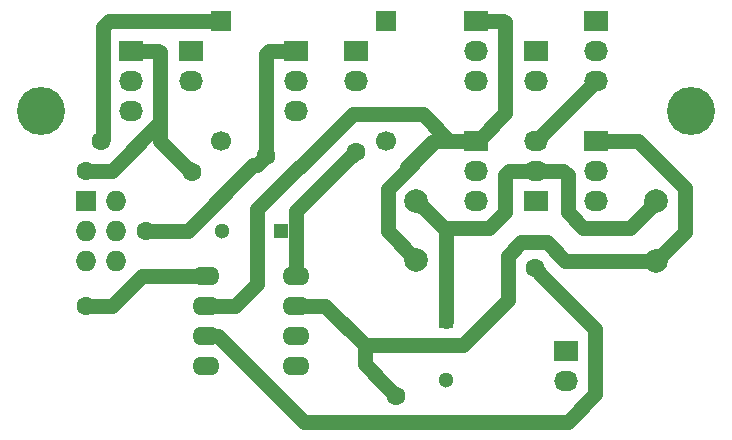
<source format=gbr>
G04 #@! TF.FileFunction,Copper,L1,Top,Signal*
%FSLAX46Y46*%
G04 Gerber Fmt 4.6, Leading zero omitted, Abs format (unit mm)*
G04 Created by KiCad (PCBNEW (2015-12-07 BZR 6352)-product) date Sun 21 Feb 2016 10:09:47 AM EST*
%MOMM*%
G01*
G04 APERTURE LIST*
%ADD10C,0.100000*%
%ADD11R,2.032000X1.720000*%
%ADD12O,2.032000X1.720000*%
%ADD13R,1.727200X1.727200*%
%ADD14O,1.727200X1.727200*%
%ADD15C,1.699260*%
%ADD16R,1.699260X1.699260*%
%ADD17O,2.300000X1.600000*%
%ADD18R,2.032000X1.727200*%
%ADD19O,2.032000X1.727200*%
%ADD20C,4.064000*%
%ADD21R,1.300000X1.300000*%
%ADD22C,1.300000*%
%ADD23C,1.998980*%
%ADD24C,1.600000*%
%ADD25C,1.270000*%
G04 APERTURE END LIST*
D10*
D11*
X48260000Y8890000D03*
D12*
X48260000Y6350000D03*
D13*
X7620000Y21590000D03*
D14*
X10160000Y21590000D03*
X7620000Y19050000D03*
X10160000Y19050000D03*
X7620000Y16510000D03*
X10160000Y16510000D03*
D15*
X33020000Y26670000D03*
D16*
X33020000Y36830000D03*
D15*
X19050000Y26670000D03*
D16*
X19050000Y36830000D03*
D17*
X17780000Y15240000D03*
X17780000Y12700000D03*
X17780000Y10160000D03*
X17780000Y7620000D03*
X25400000Y7620000D03*
X25400000Y10160000D03*
X25400000Y12700000D03*
X25400000Y15240000D03*
D11*
X30480000Y34290000D03*
D12*
X30480000Y31750000D03*
D11*
X16510000Y34290000D03*
D12*
X16510000Y31750000D03*
D11*
X45720000Y34290000D03*
D12*
X45720000Y31750000D03*
D18*
X25400000Y34290000D03*
D19*
X25400000Y31750000D03*
X25400000Y29210000D03*
D18*
X11430000Y34290000D03*
D19*
X11430000Y31750000D03*
X11430000Y29210000D03*
D18*
X40640000Y26670000D03*
D19*
X40640000Y24130000D03*
X40640000Y21590000D03*
D20*
X3810000Y29210000D03*
X58810000Y29210000D03*
D21*
X24130000Y19050000D03*
D22*
X19130000Y19050000D03*
D21*
X38100000Y11430000D03*
D22*
X38100000Y6430000D03*
D18*
X45720000Y21590000D03*
D19*
X45720000Y24130000D03*
X45720000Y26670000D03*
D18*
X40640000Y36830000D03*
D19*
X40640000Y34290000D03*
X40640000Y31750000D03*
D18*
X50800000Y36830000D03*
D19*
X50800000Y34290000D03*
X50800000Y31750000D03*
D18*
X50800000Y26670000D03*
D19*
X50800000Y24130000D03*
X50800000Y21590000D03*
D23*
X35560000Y16588740D03*
X35560000Y21590000D03*
X55880000Y21511260D03*
X55880000Y16510000D03*
D24*
X8890000Y26670000D03*
X30421182Y25708908D03*
X16545760Y24000638D03*
X7620000Y24130000D03*
X12700000Y19050000D03*
X22860000Y25400000D03*
X7620000Y12700000D03*
X45573143Y15835545D03*
X33821017Y5066819D03*
D25*
X8890000Y26670000D02*
X8985249Y26765249D01*
X8985249Y26765249D02*
X8985249Y36296601D01*
X16930370Y36830000D02*
X19050000Y36830000D01*
X8985249Y36296601D02*
X9518648Y36830000D01*
X9518648Y36830000D02*
X16930370Y36830000D01*
X25400000Y15240000D02*
X25400000Y20687726D01*
X25400000Y20687726D02*
X29621183Y24908909D01*
X29621183Y24908909D02*
X30421182Y25708908D01*
X38100000Y11430000D02*
X38100000Y19050000D01*
X38100000Y19050000D02*
X37852360Y19297640D01*
X45720000Y24130000D02*
X43434000Y24130000D01*
X43434000Y24130000D02*
X43084760Y23780760D01*
X43084760Y20640474D02*
X41741926Y19297640D01*
X43084760Y23780760D02*
X43084760Y20640474D01*
X41741926Y19297640D02*
X37852360Y19297640D01*
X37852360Y19297640D02*
X36559489Y20590511D01*
X36559489Y20590511D02*
X35560000Y21590000D01*
X45720000Y24130000D02*
X48006000Y24130000D01*
X48355240Y23780760D02*
X48355240Y20640474D01*
X48006000Y24130000D02*
X48355240Y23780760D01*
X48355240Y20640474D02*
X49698074Y19297640D01*
X49698074Y19297640D02*
X53666380Y19297640D01*
X53666380Y19297640D02*
X54880511Y20511771D01*
X54880511Y20511771D02*
X55880000Y21511260D01*
X13874760Y26671638D02*
X15745761Y24800637D01*
X13874760Y28604689D02*
X13874760Y26671638D01*
X15745761Y24800637D02*
X16545760Y24000638D01*
X7620000Y24130000D02*
X9744286Y24130000D01*
X9744286Y24130000D02*
X13874760Y28260474D01*
X13874760Y28260474D02*
X13874760Y28604689D01*
X13874760Y34131240D02*
X13874760Y28604689D01*
X13716000Y34290000D02*
X13874760Y34131240D01*
X11430000Y34290000D02*
X13716000Y34290000D01*
X22060001Y24600001D02*
X22860000Y25400000D01*
X21737540Y24600001D02*
X22060001Y24600001D01*
X16187539Y19050000D02*
X21737540Y24600001D01*
X12700000Y19050000D02*
X16187539Y19050000D01*
X22860000Y25400000D02*
X22860000Y34036000D01*
X22860000Y34036000D02*
X23114000Y34290000D01*
X23114000Y34290000D02*
X25400000Y34290000D01*
X17780000Y15240000D02*
X12282680Y15240000D01*
X12282680Y15240000D02*
X9742680Y12700000D01*
X9742680Y12700000D02*
X7620000Y12700000D01*
X50704751Y10703937D02*
X46373142Y15035546D01*
X48366299Y2838067D02*
X50704751Y5176519D01*
X26063875Y2838067D02*
X48366299Y2838067D01*
X18741942Y10160000D02*
X26063875Y2838067D01*
X17780000Y10160000D02*
X18741942Y10160000D01*
X46373142Y15035546D02*
X45573143Y15835545D01*
X50704751Y5176519D02*
X50704751Y10703937D01*
X31168751Y9351249D02*
X31168751Y7719085D01*
X31168751Y7719085D02*
X33021018Y5866818D01*
X33021018Y5866818D02*
X33821017Y5066819D01*
X31168751Y9351249D02*
X39468167Y9351249D01*
X43278716Y13161798D02*
X43278716Y16905346D01*
X25400000Y12700000D02*
X27820000Y12700000D01*
X27820000Y12700000D02*
X31168751Y9351249D01*
X39468167Y9351249D02*
X43278716Y13161798D01*
X44437666Y18064296D02*
X46577268Y18064296D01*
X54466508Y16510000D02*
X55880000Y16510000D01*
X46577268Y18064296D02*
X48131564Y16510000D01*
X43278716Y16905346D02*
X44437666Y18064296D01*
X48131564Y16510000D02*
X54466508Y16510000D01*
X55880000Y16510000D02*
X58308241Y18938241D01*
X58308241Y18938241D02*
X58308241Y22676817D01*
X58308241Y22676817D02*
X54315058Y26670000D01*
X54315058Y26670000D02*
X53086000Y26670000D01*
X53086000Y26670000D02*
X50800000Y26670000D01*
X35560000Y16588740D02*
X33131759Y19016981D01*
X33131759Y19016981D02*
X33131759Y22600651D01*
X33131759Y22600651D02*
X36830000Y26298892D01*
X36830000Y26298892D02*
X36830000Y26453798D01*
X25661619Y24391619D02*
X30218381Y28948381D01*
X30218381Y28948381D02*
X36075619Y28948381D01*
X36075619Y28948381D02*
X38354000Y26670000D01*
X38354000Y26670000D02*
X40640000Y26670000D01*
X25599867Y24391619D02*
X25661619Y24391619D01*
X36830000Y26453798D02*
X37046202Y26670000D01*
X22051249Y20843001D02*
X25599867Y24391619D01*
X17780000Y12700000D02*
X20200000Y12700000D01*
X20200000Y12700000D02*
X22051249Y14551249D01*
X22051249Y14551249D02*
X22051249Y20843001D01*
X34767821Y24391619D02*
X36830000Y26453798D01*
X37046202Y26670000D02*
X38354000Y26670000D01*
X40640000Y36830000D02*
X42926000Y36830000D01*
X42926000Y36830000D02*
X43084760Y36671240D01*
X43084760Y36671240D02*
X43084760Y28962360D01*
X43084760Y28962360D02*
X40792400Y26670000D01*
X40792400Y26670000D02*
X40640000Y26670000D01*
X50800000Y31750000D02*
X45720000Y26670000D01*
M02*

</source>
